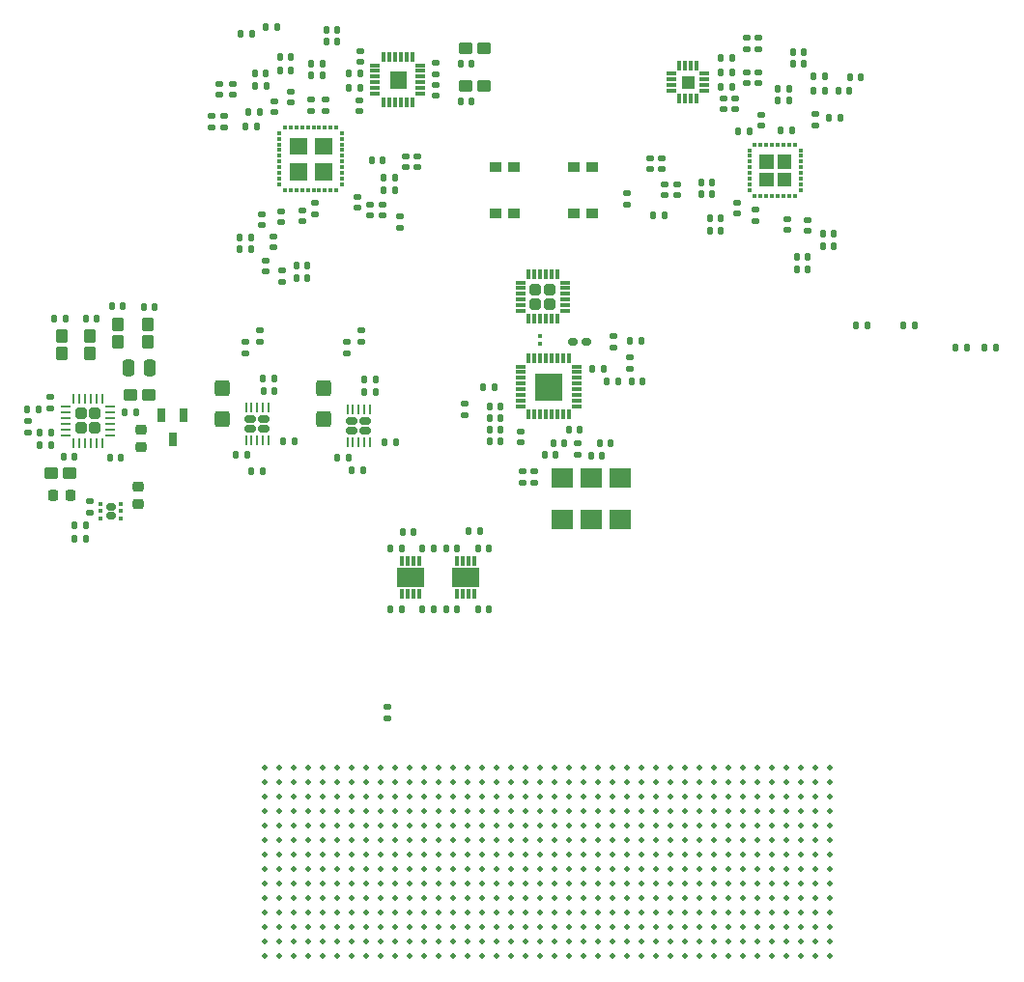
<source format=gtp>
%TF.GenerationSoftware,KiCad,Pcbnew,(6.0.9)*%
%TF.CreationDate,2023-04-20T15:37:57-04:00*%
%TF.ProjectId,S23-16_PCB,5332332d-3136-45f5-9043-422e6b696361,2.0*%
%TF.SameCoordinates,Original*%
%TF.FileFunction,Paste,Top*%
%TF.FilePolarity,Positive*%
%FSLAX46Y46*%
G04 Gerber Fmt 4.6, Leading zero omitted, Abs format (unit mm)*
G04 Created by KiCad (PCBNEW (6.0.9)) date 2023-04-20 15:37:57*
%MOMM*%
%LPD*%
G01*
G04 APERTURE LIST*
G04 Aperture macros list*
%AMRoundRect*
0 Rectangle with rounded corners*
0 $1 Rounding radius*
0 $2 $3 $4 $5 $6 $7 $8 $9 X,Y pos of 4 corners*
0 Add a 4 corners polygon primitive as box body*
4,1,4,$2,$3,$4,$5,$6,$7,$8,$9,$2,$3,0*
0 Add four circle primitives for the rounded corners*
1,1,$1+$1,$2,$3*
1,1,$1+$1,$4,$5*
1,1,$1+$1,$6,$7*
1,1,$1+$1,$8,$9*
0 Add four rect primitives between the rounded corners*
20,1,$1+$1,$2,$3,$4,$5,0*
20,1,$1+$1,$4,$5,$6,$7,0*
20,1,$1+$1,$6,$7,$8,$9,0*
20,1,$1+$1,$8,$9,$2,$3,0*%
G04 Aperture macros list end*
%ADD10C,0.010000*%
%ADD11RoundRect,0.140000X0.140000X0.170000X-0.140000X0.170000X-0.140000X-0.170000X0.140000X-0.170000X0*%
%ADD12R,0.430000X0.350000*%
%ADD13R,0.350000X0.430000*%
%ADD14RoundRect,0.135000X0.135000X0.185000X-0.135000X0.185000X-0.135000X-0.185000X0.135000X-0.185000X0*%
%ADD15RoundRect,0.250000X0.275000X-0.375000X0.275000X0.375000X-0.275000X0.375000X-0.275000X-0.375000X0*%
%ADD16RoundRect,0.140000X-0.170000X0.140000X-0.170000X-0.140000X0.170000X-0.140000X0.170000X0.140000X0*%
%ADD17RoundRect,0.250000X0.375000X0.275000X-0.375000X0.275000X-0.375000X-0.275000X0.375000X-0.275000X0*%
%ADD18RoundRect,0.140000X-0.140000X-0.170000X0.140000X-0.170000X0.140000X0.170000X-0.140000X0.170000X0*%
%ADD19RoundRect,0.135000X-0.135000X-0.185000X0.135000X-0.185000X0.135000X0.185000X-0.135000X0.185000X0*%
%ADD20RoundRect,0.140000X0.170000X-0.140000X0.170000X0.140000X-0.170000X0.140000X-0.170000X-0.140000X0*%
%ADD21RoundRect,0.250000X0.255000X-0.255000X0.255000X0.255000X-0.255000X0.255000X-0.255000X-0.255000X0*%
%ADD22RoundRect,0.062500X0.062500X-0.375000X0.062500X0.375000X-0.062500X0.375000X-0.062500X-0.375000X0*%
%ADD23RoundRect,0.062500X0.375000X-0.062500X0.375000X0.062500X-0.375000X0.062500X-0.375000X-0.062500X0*%
%ADD24RoundRect,0.225000X0.225000X0.250000X-0.225000X0.250000X-0.225000X-0.250000X0.225000X-0.250000X0*%
%ADD25RoundRect,0.135000X0.185000X-0.135000X0.185000X0.135000X-0.185000X0.135000X-0.185000X-0.135000X0*%
%ADD26R,1.000000X0.900000*%
%ADD27RoundRect,0.076200X0.076200X-0.361300X0.076200X0.361300X-0.076200X0.361300X-0.076200X-0.361300X0*%
%ADD28RoundRect,0.076200X0.361300X-0.076200X0.361300X0.076200X-0.361300X0.076200X-0.361300X-0.076200X0*%
%ADD29RoundRect,0.250000X-0.250000X-0.475000X0.250000X-0.475000X0.250000X0.475000X-0.250000X0.475000X0*%
%ADD30RoundRect,0.135000X-0.185000X0.135000X-0.185000X-0.135000X0.185000X-0.135000X0.185000X0.135000X0*%
%ADD31RoundRect,0.225000X-0.250000X0.225000X-0.250000X-0.225000X0.250000X-0.225000X0.250000X0.225000X0*%
%ADD32RoundRect,0.250000X-0.375000X-0.275000X0.375000X-0.275000X0.375000X0.275000X-0.375000X0.275000X0*%
%ADD33RoundRect,0.225000X0.250000X-0.225000X0.250000X0.225000X-0.250000X0.225000X-0.250000X-0.225000X0*%
%ADD34R,0.304800X0.812800*%
%ADD35R,2.438400X1.701800*%
%ADD36RoundRect,0.160000X-0.222500X-0.160000X0.222500X-0.160000X0.222500X0.160000X-0.222500X0.160000X0*%
%ADD37RoundRect,0.042000X-0.258000X0.573000X-0.258000X-0.573000X0.258000X-0.573000X0.258000X0.573000X0*%
%ADD38C,0.508000*%
%ADD39RoundRect,0.167500X0.312500X-0.167500X0.312500X0.167500X-0.312500X0.167500X-0.312500X-0.167500X0*%
%ADD40RoundRect,0.062500X0.062500X-0.362500X0.062500X0.362500X-0.062500X0.362500X-0.062500X-0.362500X0*%
%ADD41RoundRect,0.160000X-0.245000X-0.160000X0.245000X-0.160000X0.245000X0.160000X-0.245000X0.160000X0*%
%ADD42RoundRect,0.093750X-0.093750X-0.106250X0.093750X-0.106250X0.093750X0.106250X-0.093750X0.106250X0*%
%ADD43RoundRect,0.007800X0.422200X0.122200X-0.422200X0.122200X-0.422200X-0.122200X0.422200X-0.122200X0*%
%ADD44RoundRect,0.007800X-0.122200X0.422200X-0.122200X-0.422200X0.122200X-0.422200X0.122200X0.422200X0*%
%ADD45RoundRect,0.008100X-0.126900X0.411900X-0.126900X-0.411900X0.126900X-0.411900X0.126900X0.411900X0*%
%ADD46RoundRect,0.027000X-0.393000X0.108000X-0.393000X-0.108000X0.393000X-0.108000X0.393000X0.108000X0*%
%ADD47RoundRect,0.250000X-0.425000X0.450000X-0.425000X-0.450000X0.425000X-0.450000X0.425000X0.450000X0*%
%ADD48R,1.960000X1.780000*%
%ADD49RoundRect,0.012800X0.147200X-0.372200X0.147200X0.372200X-0.147200X0.372200X-0.147200X-0.372200X0*%
%ADD50RoundRect,0.012800X0.372200X0.147200X-0.372200X0.147200X-0.372200X-0.147200X0.372200X-0.147200X0*%
%ADD51RoundRect,0.079500X0.100500X-0.079500X0.100500X0.079500X-0.100500X0.079500X-0.100500X-0.079500X0*%
G04 APERTURE END LIST*
G36*
X114113600Y-75111900D02*
G01*
X112693600Y-75111900D01*
X112693600Y-73691900D01*
X114113600Y-73691900D01*
X114113600Y-75111900D01*
G37*
D10*
X114113600Y-75111900D02*
X112693600Y-75111900D01*
X112693600Y-73691900D01*
X114113600Y-73691900D01*
X114113600Y-75111900D01*
G36*
X116363600Y-75111900D02*
G01*
X114943600Y-75111900D01*
X114943600Y-73691900D01*
X116363600Y-73691900D01*
X116363600Y-75111900D01*
G37*
X116363600Y-75111900D02*
X114943600Y-75111900D01*
X114943600Y-73691900D01*
X116363600Y-73691900D01*
X116363600Y-75111900D01*
G36*
X116363600Y-77361900D02*
G01*
X114943600Y-77361900D01*
X114943600Y-75941900D01*
X116363600Y-75941900D01*
X116363600Y-77361900D01*
G37*
X116363600Y-77361900D02*
X114943600Y-77361900D01*
X114943600Y-75941900D01*
X116363600Y-75941900D01*
X116363600Y-77361900D01*
G36*
X114113600Y-77361900D02*
G01*
X112693600Y-77361900D01*
X112693600Y-75941900D01*
X114113600Y-75941900D01*
X114113600Y-77361900D01*
G37*
X114113600Y-77361900D02*
X112693600Y-77361900D01*
X112693600Y-75941900D01*
X114113600Y-75941900D01*
X114113600Y-77361900D01*
G36*
X156568900Y-76310200D02*
G01*
X155438900Y-76310200D01*
X155438900Y-75180200D01*
X156568900Y-75180200D01*
X156568900Y-76310200D01*
G37*
X156568900Y-76310200D02*
X155438900Y-76310200D01*
X155438900Y-75180200D01*
X156568900Y-75180200D01*
X156568900Y-76310200D01*
G36*
X154998900Y-77880200D02*
G01*
X153868900Y-77880200D01*
X153868900Y-76750200D01*
X154998900Y-76750200D01*
X154998900Y-77880200D01*
G37*
X154998900Y-77880200D02*
X153868900Y-77880200D01*
X153868900Y-76750200D01*
X154998900Y-76750200D01*
X154998900Y-77880200D01*
G36*
X156568900Y-77880200D02*
G01*
X155438900Y-77880200D01*
X155438900Y-76750200D01*
X156568900Y-76750200D01*
X156568900Y-77880200D01*
G37*
X156568900Y-77880200D02*
X155438900Y-77880200D01*
X155438900Y-76750200D01*
X156568900Y-76750200D01*
X156568900Y-77880200D01*
G36*
X154998900Y-76310200D02*
G01*
X153868900Y-76310200D01*
X153868900Y-75180200D01*
X154998900Y-75180200D01*
X154998900Y-76310200D01*
G37*
X154998900Y-76310200D02*
X153868900Y-76310200D01*
X153868900Y-75180200D01*
X154998900Y-75180200D01*
X154998900Y-76310200D01*
G36*
X136530000Y-96640300D02*
G01*
X134250000Y-96640300D01*
X134250000Y-94360300D01*
X136530000Y-94360300D01*
X136530000Y-96640300D01*
G37*
X136530000Y-96640300D02*
X134250000Y-96640300D01*
X134250000Y-94360300D01*
X136530000Y-94360300D01*
X136530000Y-96640300D01*
G36*
X148079966Y-69297666D02*
G01*
X147068034Y-69297666D01*
X147068034Y-68285734D01*
X148079966Y-68285734D01*
X148079966Y-69297666D01*
G37*
X148079966Y-69297666D02*
X147068034Y-69297666D01*
X147068034Y-68285734D01*
X148079966Y-68285734D01*
X148079966Y-69297666D01*
G36*
X122897585Y-69303585D02*
G01*
X121471000Y-69303585D01*
X121471000Y-67877000D01*
X122897585Y-67877000D01*
X122897585Y-69303585D01*
G37*
X122897585Y-69303585D02*
X121471000Y-69303585D01*
X121471000Y-67877000D01*
X122897585Y-67877000D01*
X122897585Y-69303585D01*
D11*
X109801600Y-72722800D03*
X108841600Y-72722800D03*
D12*
X117278600Y-77776900D03*
X117278600Y-77276900D03*
X117278600Y-76776900D03*
X117278600Y-76276900D03*
X117278600Y-75776900D03*
X117278600Y-75276900D03*
X117278600Y-74776900D03*
X117278600Y-74276900D03*
X117278600Y-73776900D03*
X117278600Y-73276900D03*
D13*
X116778600Y-72776900D03*
X116278600Y-72776900D03*
X115778600Y-72776900D03*
X115278600Y-72776900D03*
X114778600Y-72776900D03*
X114278600Y-72776900D03*
X113778600Y-72776900D03*
X113278600Y-72776900D03*
X112778600Y-72776900D03*
X112278600Y-72776900D03*
D12*
X111778600Y-73276900D03*
X111778600Y-73776900D03*
X111778600Y-74276900D03*
X111778600Y-74776900D03*
X111778600Y-75276900D03*
X111778600Y-75776900D03*
X111778600Y-76276900D03*
X111778600Y-76776900D03*
X111778600Y-77276900D03*
X111778600Y-77776900D03*
D13*
X112278600Y-78276900D03*
X112778600Y-78276900D03*
X113278600Y-78276900D03*
X113778600Y-78276900D03*
X114278600Y-78276900D03*
X114778600Y-78276900D03*
X115278600Y-78276900D03*
X115778600Y-78276900D03*
X116278600Y-78276900D03*
X116778600Y-78276900D03*
D14*
X122009000Y-100359000D03*
X120989000Y-100359000D03*
D15*
X97637600Y-91621600D03*
X97637600Y-90021600D03*
D11*
X110639800Y-69141400D03*
X109679800Y-69141400D03*
D16*
X110566200Y-84432200D03*
X110566200Y-85392200D03*
D17*
X93408400Y-103064400D03*
X91808400Y-103064400D03*
D16*
X111226600Y-82349400D03*
X111226600Y-83309400D03*
X118668800Y-78892400D03*
X118668800Y-79852400D03*
D15*
X95148400Y-92637600D03*
X95148400Y-91037600D03*
D18*
X119255600Y-96012000D03*
X120215600Y-96012000D03*
D11*
X161744600Y-69545200D03*
X160784600Y-69545200D03*
D19*
X90803000Y-100651400D03*
X91823000Y-100651400D03*
X144524000Y-80518000D03*
X145544000Y-80518000D03*
D20*
X111328200Y-71447600D03*
X111328200Y-70487600D03*
D16*
X106527600Y-68991600D03*
X106527600Y-69951600D03*
D11*
X122501600Y-109728000D03*
X121541600Y-109728000D03*
D21*
X94374600Y-97886200D03*
X95624600Y-99136200D03*
X95624600Y-97886200D03*
X94374600Y-99136200D03*
D22*
X93749600Y-100448700D03*
X94249600Y-100448700D03*
X94749600Y-100448700D03*
X95249600Y-100448700D03*
X95749600Y-100448700D03*
X96249600Y-100448700D03*
D23*
X96937100Y-99761200D03*
X96937100Y-99261200D03*
X96937100Y-98761200D03*
X96937100Y-98261200D03*
X96937100Y-97761200D03*
X96937100Y-97261200D03*
D22*
X96249600Y-96573700D03*
X95749600Y-96573700D03*
X95249600Y-96573700D03*
X94749600Y-96573700D03*
X94249600Y-96573700D03*
X93749600Y-96573700D03*
D23*
X93062100Y-97261200D03*
X93062100Y-97761200D03*
X93062100Y-98261200D03*
X93062100Y-98761200D03*
X93062100Y-99261200D03*
X93062100Y-99761200D03*
D24*
X93485000Y-105029000D03*
X91935000Y-105029000D03*
D25*
X91744800Y-97453000D03*
X91744800Y-96433000D03*
D14*
X163324000Y-90170000D03*
X162304000Y-90170000D03*
D20*
X125488600Y-70025200D03*
X125488600Y-69065200D03*
D18*
X150495000Y-69215000D03*
X151455000Y-69215000D03*
D14*
X160961800Y-71958200D03*
X159941800Y-71958200D03*
D11*
X109293600Y-83464400D03*
X108333600Y-83464400D03*
D18*
X111864200Y-67769800D03*
X112824200Y-67769800D03*
D16*
X120827800Y-79527400D03*
X120827800Y-80487400D03*
D18*
X119865200Y-75666600D03*
X120825200Y-75666600D03*
D11*
X135989000Y-101523800D03*
X135029000Y-101523800D03*
D20*
X133070600Y-103924800D03*
X133070600Y-102964800D03*
X132969000Y-100396800D03*
X132969000Y-99436800D03*
D18*
X127675600Y-70528200D03*
X128635600Y-70528200D03*
D11*
X130629600Y-95545400D03*
X129669600Y-95545400D03*
D16*
X111912400Y-80114200D03*
X111912400Y-81074200D03*
D14*
X90730800Y-97476400D03*
X89710800Y-97476400D03*
D11*
X93850400Y-101667400D03*
X92890400Y-101667400D03*
X130147000Y-109728000D03*
X129187000Y-109728000D03*
D25*
X118999000Y-91569000D03*
X118999000Y-90549000D03*
D16*
X110210600Y-80419000D03*
X110210600Y-81379000D03*
D26*
X132372000Y-80327500D03*
X132372000Y-76227500D03*
X130772000Y-80327500D03*
X130772000Y-76227500D03*
D20*
X115849400Y-71323200D03*
X115849400Y-70363200D03*
X122834400Y-76273600D03*
X122834400Y-75313600D03*
X134162800Y-103924800D03*
X134162800Y-102964800D03*
D11*
X131191000Y-99253800D03*
X130231000Y-99253800D03*
D18*
X158625600Y-68300600D03*
X159585600Y-68300600D03*
D20*
X144272000Y-76426000D03*
X144272000Y-75466000D03*
D11*
X136751000Y-100507800D03*
X135791000Y-100507800D03*
D18*
X150495000Y-66675000D03*
X151455000Y-66675000D03*
D21*
X134249000Y-88255000D03*
X135499000Y-88255000D03*
X135499000Y-87005000D03*
X134249000Y-87005000D03*
D27*
X133624000Y-89567500D03*
X134124000Y-89567500D03*
X134624000Y-89567500D03*
X135124000Y-89567500D03*
X135624000Y-89567500D03*
X136124000Y-89567500D03*
D28*
X136811500Y-88880000D03*
X136811500Y-88380000D03*
X136811500Y-87880000D03*
X136811500Y-87380000D03*
X136811500Y-86880000D03*
X136811500Y-86380000D03*
D27*
X136124000Y-85692500D03*
X135624000Y-85692500D03*
X135124000Y-85692500D03*
X134624000Y-85692500D03*
X134124000Y-85692500D03*
X133624000Y-85692500D03*
D28*
X132936500Y-86380000D03*
X132936500Y-86880000D03*
X132936500Y-87380000D03*
X132936500Y-87880000D03*
X132936500Y-88380000D03*
X132936500Y-88880000D03*
D11*
X150467000Y-80746600D03*
X149507000Y-80746600D03*
D18*
X114604800Y-67185600D03*
X115564800Y-67185600D03*
X139220000Y-93919800D03*
X140180000Y-93919800D03*
D29*
X98554200Y-93874800D03*
X100454200Y-93874800D03*
D16*
X119735600Y-79527400D03*
X119735600Y-80487400D03*
D18*
X142674400Y-95037400D03*
X143634400Y-95037400D03*
D30*
X137922000Y-100505800D03*
X137922000Y-101525800D03*
D11*
X138097200Y-99253800D03*
X137137200Y-99253800D03*
D18*
X98264200Y-97724800D03*
X99224200Y-97724800D03*
D11*
X122501600Y-115062000D03*
X121541600Y-115062000D03*
D25*
X112037000Y-86359000D03*
X112037000Y-85339000D03*
D15*
X92684600Y-92637600D03*
X92684600Y-91037600D03*
D18*
X157127000Y-85217000D03*
X158087000Y-85217000D03*
D11*
X125295600Y-115062000D03*
X124335600Y-115062000D03*
D18*
X161775200Y-68427600D03*
X162735200Y-68427600D03*
X155476000Y-69418200D03*
X156436000Y-69418200D03*
D20*
X142494000Y-93919800D03*
X142494000Y-92959800D03*
D16*
X152753000Y-67922200D03*
X152753000Y-68882200D03*
D11*
X93025800Y-89535000D03*
X92065800Y-89535000D03*
D16*
X153769000Y-67922200D03*
X153769000Y-68882200D03*
X150721000Y-70259000D03*
X150721000Y-71219000D03*
D11*
X149705000Y-77622400D03*
X148745000Y-77622400D03*
D18*
X110391000Y-95885000D03*
X111351000Y-95885000D03*
D31*
X99644200Y-99279800D03*
X99644200Y-100829800D03*
D11*
X110614400Y-68074600D03*
X109654400Y-68074600D03*
D20*
X146634200Y-78712000D03*
X146634200Y-77752000D03*
D16*
X151737000Y-70259000D03*
X151737000Y-71219000D03*
D32*
X128117600Y-65836800D03*
X129717600Y-65836800D03*
D16*
X107670600Y-68991600D03*
X107670600Y-69951600D03*
D11*
X117828000Y-101727000D03*
X116868000Y-101727000D03*
D18*
X113258600Y-85979000D03*
X114218600Y-85979000D03*
X150495000Y-67945000D03*
X151455000Y-67945000D03*
D30*
X122377200Y-80566800D03*
X122377200Y-81586800D03*
D33*
X99441000Y-105804000D03*
X99441000Y-104254000D03*
D18*
X111864200Y-66601400D03*
X112824200Y-66601400D03*
D25*
X121285000Y-124589000D03*
X121285000Y-123569000D03*
D18*
X113258600Y-84886800D03*
X114218600Y-84886800D03*
D34*
X128905000Y-110820200D03*
X128397000Y-110820200D03*
X127889000Y-110820200D03*
X127381000Y-110820200D03*
X127381000Y-113715800D03*
X127889000Y-113715800D03*
X128397000Y-113715800D03*
X128905000Y-113715800D03*
D35*
X128143000Y-112268000D03*
D16*
X118821200Y-70386000D03*
X118821200Y-71346000D03*
X153746200Y-64947800D03*
X153746200Y-65907800D03*
D25*
X117729000Y-92585000D03*
X117729000Y-91565000D03*
D11*
X110055600Y-71427400D03*
X109095600Y-71427400D03*
D18*
X94809000Y-89535000D03*
X95769000Y-89535000D03*
D11*
X116888200Y-64236600D03*
X115928200Y-64236600D03*
D36*
X137517500Y-91570000D03*
X138662500Y-91570000D03*
D11*
X140815000Y-100505800D03*
X139855000Y-100505800D03*
D18*
X157127000Y-84124800D03*
X158087000Y-84124800D03*
D11*
X109293600Y-82423000D03*
X108333600Y-82423000D03*
D14*
X119120000Y-102870000D03*
X118100000Y-102870000D03*
D20*
X112826800Y-70612000D03*
X112826800Y-69652000D03*
D26*
X139230000Y-80327500D03*
X139230000Y-76227500D03*
X137630000Y-80327500D03*
X137630000Y-76227500D03*
D11*
X116888200Y-65278000D03*
X115928200Y-65278000D03*
X127353000Y-109728000D03*
X126393000Y-109728000D03*
D16*
X125488600Y-67132200D03*
X125488600Y-68092200D03*
D20*
X118872000Y-67028000D03*
X118872000Y-66068000D03*
D11*
X127353000Y-115062000D03*
X126393000Y-115062000D03*
D14*
X121922000Y-78308200D03*
X120902000Y-78308200D03*
D12*
X157468900Y-78280200D03*
X157468900Y-77780200D03*
X157468900Y-77280200D03*
X157468900Y-76780200D03*
X157468900Y-76280200D03*
X157468900Y-75780200D03*
X157468900Y-75280200D03*
X157468900Y-74780200D03*
D13*
X156968900Y-74280200D03*
X156468900Y-74280200D03*
X155968900Y-74280200D03*
X155468900Y-74280200D03*
X154968900Y-74280200D03*
X154468900Y-74280200D03*
X153968900Y-74280200D03*
X153468900Y-74280200D03*
D12*
X152968900Y-74780200D03*
X152968900Y-75280200D03*
X152968900Y-75780200D03*
X152968900Y-76280200D03*
X152968900Y-76780200D03*
X152968900Y-77280200D03*
X152968900Y-77780200D03*
X152968900Y-78280200D03*
D13*
X153468900Y-78780200D03*
X153968900Y-78780200D03*
X154468900Y-78780200D03*
X154968900Y-78780200D03*
X155468900Y-78780200D03*
X155968900Y-78780200D03*
X156468900Y-78780200D03*
X156968900Y-78780200D03*
D25*
X108839000Y-92585000D03*
X108839000Y-91565000D03*
D30*
X141080000Y-91070000D03*
X141080000Y-92090000D03*
D11*
X98055000Y-88493600D03*
X97095000Y-88493600D03*
D37*
X103378500Y-98042000D03*
X101478500Y-98042000D03*
X102428500Y-100162000D03*
D38*
X110490000Y-142875000D03*
X111760000Y-142875000D03*
X113030000Y-142875000D03*
X114300000Y-142875000D03*
X115570000Y-142875000D03*
X116840000Y-142875000D03*
X118110000Y-142875000D03*
X119380000Y-142875000D03*
X120650000Y-142875000D03*
X121920000Y-142875000D03*
X123190000Y-142875000D03*
X124460000Y-142875000D03*
X125730000Y-142875000D03*
X127000000Y-142875000D03*
X128270000Y-142875000D03*
X129540000Y-142875000D03*
X130810000Y-142875000D03*
X132080000Y-142875000D03*
X133350000Y-142875000D03*
X134620000Y-142875000D03*
X135890000Y-142875000D03*
X137160000Y-142875000D03*
X138430000Y-142875000D03*
X139700000Y-142875000D03*
X140970000Y-142875000D03*
X142240000Y-142875000D03*
X143510000Y-142875000D03*
X144780000Y-142875000D03*
X146050000Y-142875000D03*
X147320000Y-142875000D03*
X148590000Y-142875000D03*
X149860000Y-142875000D03*
X151130000Y-142875000D03*
X152400000Y-142875000D03*
X153670000Y-142875000D03*
X154940000Y-142875000D03*
X156210000Y-142875000D03*
X157480000Y-142875000D03*
X158750000Y-142875000D03*
X160020000Y-142875000D03*
X110490000Y-141605000D03*
X111760000Y-141605000D03*
X113030000Y-141605000D03*
X114300000Y-141605000D03*
X115570000Y-141605000D03*
X116840000Y-141605000D03*
X118110000Y-141605000D03*
X119380000Y-141605000D03*
X120650000Y-141605000D03*
X121920000Y-141605000D03*
X123190000Y-141605000D03*
X124460000Y-141605000D03*
X125730000Y-141605000D03*
X127000000Y-141605000D03*
X128270000Y-141605000D03*
X129540000Y-141605000D03*
X130810000Y-141605000D03*
X132080000Y-141605000D03*
X133350000Y-141605000D03*
X134620000Y-141605000D03*
X135890000Y-141605000D03*
X137160000Y-141605000D03*
X138430000Y-141605000D03*
X139700000Y-141605000D03*
X140970000Y-141605000D03*
X142240000Y-141605000D03*
X143510000Y-141605000D03*
X144780000Y-141605000D03*
X146050000Y-141605000D03*
X147320000Y-141605000D03*
X148590000Y-141605000D03*
X149860000Y-141605000D03*
X151130000Y-141605000D03*
X152400000Y-141605000D03*
X153670000Y-141605000D03*
X154940000Y-141605000D03*
X156210000Y-141605000D03*
X157480000Y-141605000D03*
X158750000Y-141605000D03*
X160020000Y-141605000D03*
X110490000Y-140335000D03*
X111760000Y-140335000D03*
X113030000Y-140335000D03*
X114300000Y-140335000D03*
X115570000Y-140335000D03*
X116840000Y-140335000D03*
X118110000Y-140335000D03*
X119380000Y-140335000D03*
X120650000Y-140335000D03*
X121920000Y-140335000D03*
X123190000Y-140335000D03*
X124460000Y-140335000D03*
X125730000Y-140335000D03*
X127000000Y-140335000D03*
X128270000Y-140335000D03*
X129540000Y-140335000D03*
X130810000Y-140335000D03*
X132080000Y-140335000D03*
X133350000Y-140335000D03*
X134620000Y-140335000D03*
X135890000Y-140335000D03*
X137160000Y-140335000D03*
X138430000Y-140335000D03*
X139700000Y-140335000D03*
X140970000Y-140335000D03*
X142240000Y-140335000D03*
X143510000Y-140335000D03*
X144780000Y-140335000D03*
X146050000Y-140335000D03*
X147320000Y-140335000D03*
X148590000Y-140335000D03*
X149860000Y-140335000D03*
X151130000Y-140335000D03*
X152400000Y-140335000D03*
X153670000Y-140335000D03*
X154940000Y-140335000D03*
X156210000Y-140335000D03*
X157480000Y-140335000D03*
X158750000Y-140335000D03*
X160020000Y-140335000D03*
X110490000Y-139065000D03*
X111760000Y-139065000D03*
X113030000Y-139065000D03*
X114300000Y-139065000D03*
X115570000Y-139065000D03*
X116840000Y-139065000D03*
X118110000Y-139065000D03*
X119380000Y-139065000D03*
X120650000Y-139065000D03*
X121920000Y-139065000D03*
X123190000Y-139065000D03*
X124460000Y-139065000D03*
X125730000Y-139065000D03*
X127000000Y-139065000D03*
X128270000Y-139065000D03*
X129540000Y-139065000D03*
X130810000Y-139065000D03*
X132080000Y-139065000D03*
X133350000Y-139065000D03*
X134620000Y-139065000D03*
X135890000Y-139065000D03*
X137160000Y-139065000D03*
X138430000Y-139065000D03*
X139700000Y-139065000D03*
X140970000Y-139065000D03*
X142240000Y-139065000D03*
X143510000Y-139065000D03*
X144780000Y-139065000D03*
X146050000Y-139065000D03*
X147320000Y-139065000D03*
X148590000Y-139065000D03*
X149860000Y-139065000D03*
X151130000Y-139065000D03*
X152400000Y-139065000D03*
X153670000Y-139065000D03*
X154940000Y-139065000D03*
X156210000Y-139065000D03*
X157480000Y-139065000D03*
X158750000Y-139065000D03*
X160020000Y-139065000D03*
X110490000Y-137795000D03*
X111760000Y-137795000D03*
X113030000Y-137795000D03*
X114300000Y-137795000D03*
X115570000Y-137795000D03*
X116840000Y-137795000D03*
X118110000Y-137795000D03*
X119380000Y-137795000D03*
X120650000Y-137795000D03*
X121920000Y-137795000D03*
X123190000Y-137795000D03*
X124460000Y-137795000D03*
X125730000Y-137795000D03*
X127000000Y-137795000D03*
X128270000Y-137795000D03*
X129540000Y-137795000D03*
X130810000Y-137795000D03*
X132080000Y-137795000D03*
X133350000Y-137795000D03*
X134620000Y-137795000D03*
X135890000Y-137795000D03*
X137160000Y-137795000D03*
X138430000Y-137795000D03*
X139700000Y-137795000D03*
X140970000Y-137795000D03*
X142240000Y-137795000D03*
X143510000Y-137795000D03*
X144780000Y-137795000D03*
X146050000Y-137795000D03*
X147320000Y-137795000D03*
X148590000Y-137795000D03*
X149860000Y-137795000D03*
X151130000Y-137795000D03*
X152400000Y-137795000D03*
X153670000Y-137795000D03*
X154940000Y-137795000D03*
X156210000Y-137795000D03*
X157480000Y-137795000D03*
X158750000Y-137795000D03*
X160020000Y-137795000D03*
X110490000Y-136525000D03*
X111760000Y-136525000D03*
X113030000Y-136525000D03*
X114300000Y-136525000D03*
X115570000Y-136525000D03*
X116840000Y-136525000D03*
X118110000Y-136525000D03*
X119380000Y-136525000D03*
X120650000Y-136525000D03*
X121920000Y-136525000D03*
X123190000Y-136525000D03*
X124460000Y-136525000D03*
X125730000Y-136525000D03*
X127000000Y-136525000D03*
X128270000Y-136525000D03*
X129540000Y-136525000D03*
X130810000Y-136525000D03*
X132080000Y-136525000D03*
X133350000Y-136525000D03*
X134620000Y-136525000D03*
X135890000Y-136525000D03*
X137160000Y-136525000D03*
X138430000Y-136525000D03*
X139700000Y-136525000D03*
X140970000Y-136525000D03*
X142240000Y-136525000D03*
X143510000Y-136525000D03*
X144780000Y-136525000D03*
X146050000Y-136525000D03*
X147320000Y-136525000D03*
X148590000Y-136525000D03*
X149860000Y-136525000D03*
X151130000Y-136525000D03*
X152400000Y-136525000D03*
X153670000Y-136525000D03*
X154940000Y-136525000D03*
X156210000Y-136525000D03*
X157480000Y-136525000D03*
X158750000Y-136525000D03*
X160020000Y-136525000D03*
X110490000Y-135255000D03*
X111760000Y-135255000D03*
X113030000Y-135255000D03*
X114300000Y-135255000D03*
X115570000Y-135255000D03*
X116840000Y-135255000D03*
X118110000Y-135255000D03*
X119380000Y-135255000D03*
X120650000Y-135255000D03*
X121920000Y-135255000D03*
X123190000Y-135255000D03*
X124460000Y-135255000D03*
X125730000Y-135255000D03*
X127000000Y-135255000D03*
X128270000Y-135255000D03*
X129540000Y-135255000D03*
X130810000Y-135255000D03*
X132080000Y-135255000D03*
X133350000Y-135255000D03*
X134620000Y-135255000D03*
X135890000Y-135255000D03*
X137160000Y-135255000D03*
X138430000Y-135255000D03*
X139700000Y-135255000D03*
X140970000Y-135255000D03*
X142240000Y-135255000D03*
X143510000Y-135255000D03*
X144780000Y-135255000D03*
X146050000Y-135255000D03*
X147320000Y-135255000D03*
X148590000Y-135255000D03*
X149860000Y-135255000D03*
X151130000Y-135255000D03*
X152400000Y-135255000D03*
X153670000Y-135255000D03*
X154940000Y-135255000D03*
X156210000Y-135255000D03*
X157480000Y-135255000D03*
X158750000Y-135255000D03*
X160020000Y-135255000D03*
X110490000Y-133985000D03*
X111760000Y-133985000D03*
X113030000Y-133985000D03*
X114300000Y-133985000D03*
X115570000Y-133985000D03*
X116840000Y-133985000D03*
X118110000Y-133985000D03*
X119380000Y-133985000D03*
X120650000Y-133985000D03*
X121920000Y-133985000D03*
X123190000Y-133985000D03*
X124460000Y-133985000D03*
X125730000Y-133985000D03*
X127000000Y-133985000D03*
X128270000Y-133985000D03*
X129540000Y-133985000D03*
X130810000Y-133985000D03*
X132080000Y-133985000D03*
X133350000Y-133985000D03*
X134620000Y-133985000D03*
X135890000Y-133985000D03*
X137160000Y-133985000D03*
X138430000Y-133985000D03*
X139700000Y-133985000D03*
X140970000Y-133985000D03*
X142240000Y-133985000D03*
X143510000Y-133985000D03*
X144780000Y-133985000D03*
X146050000Y-133985000D03*
X147320000Y-133985000D03*
X148590000Y-133985000D03*
X149860000Y-133985000D03*
X151130000Y-133985000D03*
X152400000Y-133985000D03*
X153670000Y-133985000D03*
X154940000Y-133985000D03*
X156210000Y-133985000D03*
X157480000Y-133985000D03*
X158750000Y-133985000D03*
X160020000Y-133985000D03*
X110490000Y-132715000D03*
X111760000Y-132715000D03*
X113030000Y-132715000D03*
X114300000Y-132715000D03*
X115570000Y-132715000D03*
X116840000Y-132715000D03*
X118110000Y-132715000D03*
X119380000Y-132715000D03*
X120650000Y-132715000D03*
X121920000Y-132715000D03*
X123190000Y-132715000D03*
X124460000Y-132715000D03*
X125730000Y-132715000D03*
X127000000Y-132715000D03*
X128270000Y-132715000D03*
X129540000Y-132715000D03*
X130810000Y-132715000D03*
X132080000Y-132715000D03*
X133350000Y-132715000D03*
X134620000Y-132715000D03*
X135890000Y-132715000D03*
X137160000Y-132715000D03*
X138430000Y-132715000D03*
X139700000Y-132715000D03*
X140970000Y-132715000D03*
X142240000Y-132715000D03*
X143510000Y-132715000D03*
X144780000Y-132715000D03*
X146050000Y-132715000D03*
X147320000Y-132715000D03*
X148590000Y-132715000D03*
X149860000Y-132715000D03*
X151130000Y-132715000D03*
X152400000Y-132715000D03*
X153670000Y-132715000D03*
X154940000Y-132715000D03*
X156210000Y-132715000D03*
X157480000Y-132715000D03*
X158750000Y-132715000D03*
X160020000Y-132715000D03*
X110490000Y-131445000D03*
X111760000Y-131445000D03*
X113030000Y-131445000D03*
X114300000Y-131445000D03*
X115570000Y-131445000D03*
X116840000Y-131445000D03*
X118110000Y-131445000D03*
X119380000Y-131445000D03*
X120650000Y-131445000D03*
X121920000Y-131445000D03*
X123190000Y-131445000D03*
X124460000Y-131445000D03*
X125730000Y-131445000D03*
X127000000Y-131445000D03*
X128270000Y-131445000D03*
X129540000Y-131445000D03*
X130810000Y-131445000D03*
X132080000Y-131445000D03*
X133350000Y-131445000D03*
X134620000Y-131445000D03*
X135890000Y-131445000D03*
X137160000Y-131445000D03*
X138430000Y-131445000D03*
X139700000Y-131445000D03*
X140970000Y-131445000D03*
X142240000Y-131445000D03*
X143510000Y-131445000D03*
X144780000Y-131445000D03*
X146050000Y-131445000D03*
X147320000Y-131445000D03*
X148590000Y-131445000D03*
X149860000Y-131445000D03*
X151130000Y-131445000D03*
X152400000Y-131445000D03*
X153670000Y-131445000D03*
X154940000Y-131445000D03*
X156210000Y-131445000D03*
X157480000Y-131445000D03*
X158750000Y-131445000D03*
X160020000Y-131445000D03*
X110490000Y-130175000D03*
X111760000Y-130175000D03*
X113030000Y-130175000D03*
X114300000Y-130175000D03*
X115570000Y-130175000D03*
X116840000Y-130175000D03*
X118110000Y-130175000D03*
X119380000Y-130175000D03*
X120650000Y-130175000D03*
X121920000Y-130175000D03*
X123190000Y-130175000D03*
X124460000Y-130175000D03*
X125730000Y-130175000D03*
X127000000Y-130175000D03*
X128270000Y-130175000D03*
X129540000Y-130175000D03*
X130810000Y-130175000D03*
X132080000Y-130175000D03*
X133350000Y-130175000D03*
X134620000Y-130175000D03*
X135890000Y-130175000D03*
X137160000Y-130175000D03*
X138430000Y-130175000D03*
X139700000Y-130175000D03*
X140970000Y-130175000D03*
X142240000Y-130175000D03*
X143510000Y-130175000D03*
X144780000Y-130175000D03*
X146050000Y-130175000D03*
X147320000Y-130175000D03*
X148590000Y-130175000D03*
X149860000Y-130175000D03*
X151130000Y-130175000D03*
X152400000Y-130175000D03*
X153670000Y-130175000D03*
X154940000Y-130175000D03*
X156210000Y-130175000D03*
X157480000Y-130175000D03*
X158750000Y-130175000D03*
X160020000Y-130175000D03*
X110490000Y-128905000D03*
X111760000Y-128905000D03*
X113030000Y-128905000D03*
X114300000Y-128905000D03*
X115570000Y-128905000D03*
X116840000Y-128905000D03*
X118110000Y-128905000D03*
X119380000Y-128905000D03*
X120650000Y-128905000D03*
X121920000Y-128905000D03*
X123190000Y-128905000D03*
X124460000Y-128905000D03*
X125730000Y-128905000D03*
X127000000Y-128905000D03*
X128270000Y-128905000D03*
X129540000Y-128905000D03*
X130810000Y-128905000D03*
X132080000Y-128905000D03*
X133350000Y-128905000D03*
X134620000Y-128905000D03*
X135890000Y-128905000D03*
X137160000Y-128905000D03*
X138430000Y-128905000D03*
X139700000Y-128905000D03*
X140970000Y-128905000D03*
X142240000Y-128905000D03*
X143510000Y-128905000D03*
X144780000Y-128905000D03*
X146050000Y-128905000D03*
X147320000Y-128905000D03*
X148590000Y-128905000D03*
X149860000Y-128905000D03*
X151130000Y-128905000D03*
X152400000Y-128905000D03*
X153670000Y-128905000D03*
X154940000Y-128905000D03*
X156210000Y-128905000D03*
X157480000Y-128905000D03*
X158750000Y-128905000D03*
X160020000Y-128905000D03*
X110490000Y-145415000D03*
X111760000Y-145415000D03*
X113030000Y-145415000D03*
X114300000Y-145415000D03*
X115570000Y-145415000D03*
X116840000Y-145415000D03*
X118110000Y-145415000D03*
X119380000Y-145415000D03*
X120650000Y-145415000D03*
X121920000Y-145415000D03*
X123190000Y-145415000D03*
X124460000Y-145415000D03*
X125730000Y-145415000D03*
X127000000Y-145415000D03*
X128270000Y-145415000D03*
X129540000Y-145415000D03*
X130810000Y-145415000D03*
X132080000Y-145415000D03*
X133350000Y-145415000D03*
X134620000Y-145415000D03*
X135890000Y-145415000D03*
X137160000Y-145415000D03*
X138430000Y-145415000D03*
X139700000Y-145415000D03*
X140970000Y-145415000D03*
X142240000Y-145415000D03*
X143510000Y-145415000D03*
X144780000Y-145415000D03*
X146050000Y-145415000D03*
X147320000Y-145415000D03*
X148590000Y-145415000D03*
X149860000Y-145415000D03*
X151130000Y-145415000D03*
X152400000Y-145415000D03*
X153670000Y-145415000D03*
X154940000Y-145415000D03*
X156210000Y-145415000D03*
X157480000Y-145415000D03*
X158750000Y-145415000D03*
X160020000Y-145415000D03*
X110490000Y-144145000D03*
X111760000Y-144145000D03*
X113030000Y-144145000D03*
X114300000Y-144145000D03*
X115570000Y-144145000D03*
X116840000Y-144145000D03*
X118110000Y-144145000D03*
X119380000Y-144145000D03*
X120650000Y-144145000D03*
X121920000Y-144145000D03*
X123190000Y-144145000D03*
X124460000Y-144145000D03*
X125730000Y-144145000D03*
X127000000Y-144145000D03*
X128270000Y-144145000D03*
X129540000Y-144145000D03*
X130810000Y-144145000D03*
X132080000Y-144145000D03*
X133350000Y-144145000D03*
X134620000Y-144145000D03*
X135890000Y-144145000D03*
X137160000Y-144145000D03*
X138430000Y-144145000D03*
X139700000Y-144145000D03*
X140970000Y-144145000D03*
X142240000Y-144145000D03*
X143510000Y-144145000D03*
X144780000Y-144145000D03*
X146050000Y-144145000D03*
X147320000Y-144145000D03*
X148590000Y-144145000D03*
X149860000Y-144145000D03*
X151130000Y-144145000D03*
X152400000Y-144145000D03*
X153670000Y-144145000D03*
X154940000Y-144145000D03*
X156210000Y-144145000D03*
X157480000Y-144145000D03*
X158750000Y-144145000D03*
X160020000Y-144145000D03*
D16*
X158115000Y-80927000D03*
X158115000Y-81887000D03*
D11*
X149705000Y-78663800D03*
X148745000Y-78663800D03*
D20*
X145288000Y-76426000D03*
X145288000Y-75466000D03*
D11*
X123543000Y-108229400D03*
X122583000Y-108229400D03*
D30*
X128024000Y-96971500D03*
X128024000Y-97991500D03*
D39*
X118150000Y-99343000D03*
X119340000Y-99343000D03*
X119340000Y-98523000D03*
X118150000Y-98523000D03*
D40*
X117745000Y-100383000D03*
X118245000Y-100383000D03*
X118745000Y-100383000D03*
X119245000Y-100383000D03*
X119745000Y-100383000D03*
X119745000Y-97483000D03*
X119245000Y-97483000D03*
X118745000Y-97483000D03*
X118245000Y-97483000D03*
X117745000Y-97483000D03*
D34*
X124053600Y-110820200D03*
X123545600Y-110820200D03*
X123037600Y-110820200D03*
X122529600Y-110820200D03*
X122529600Y-113715800D03*
X123037600Y-113715800D03*
X123545600Y-113715800D03*
X124053600Y-113715800D03*
D35*
X123291600Y-112268000D03*
D39*
X109260000Y-98396000D03*
X110450000Y-98396000D03*
X110450000Y-99216000D03*
X109260000Y-99216000D03*
D40*
X108855000Y-100256000D03*
X109355000Y-100256000D03*
X109855000Y-100256000D03*
X110355000Y-100256000D03*
X110855000Y-100256000D03*
X110855000Y-97356000D03*
X110355000Y-97356000D03*
X109855000Y-97356000D03*
X109355000Y-97356000D03*
X108855000Y-97356000D03*
D18*
X155476000Y-70459600D03*
X156436000Y-70459600D03*
D19*
X110587600Y-63959800D03*
X111607600Y-63959800D03*
D11*
X131191000Y-97221800D03*
X130231000Y-97221800D03*
D20*
X123875800Y-76273600D03*
X123875800Y-75313600D03*
D25*
X153543000Y-80977200D03*
X153543000Y-79957200D03*
D41*
X97026500Y-106826000D03*
X97026500Y-106026000D03*
D42*
X96139000Y-105776000D03*
X96139000Y-106426000D03*
X96139000Y-107076000D03*
X97914000Y-107076000D03*
X97914000Y-106426000D03*
X97914000Y-105776000D03*
D15*
X100228400Y-91621600D03*
X100228400Y-90021600D03*
D43*
X137825000Y-97250300D03*
X137825000Y-96750300D03*
X137825000Y-96250300D03*
X137825000Y-95750300D03*
X137825000Y-95250300D03*
X137825000Y-94750300D03*
X137825000Y-94250300D03*
X137825000Y-93750300D03*
D44*
X137140000Y-93065300D03*
X136640000Y-93065300D03*
X136140000Y-93065300D03*
X135640000Y-93065300D03*
X135140000Y-93065300D03*
X134640000Y-93065300D03*
X134140000Y-93065300D03*
X133640000Y-93065300D03*
D43*
X132955000Y-93750300D03*
X132955000Y-94250300D03*
X132955000Y-94750300D03*
X132955000Y-95250300D03*
X132955000Y-95750300D03*
X132955000Y-96250300D03*
X132955000Y-96750300D03*
X132955000Y-97250300D03*
D44*
X133640000Y-97935300D03*
X134140000Y-97935300D03*
X134640000Y-97935300D03*
X135140000Y-97935300D03*
X135640000Y-97935300D03*
X136140000Y-97935300D03*
X136640000Y-97935300D03*
X137140000Y-97935300D03*
D11*
X129357000Y-108204000D03*
X128397000Y-108204000D03*
D14*
X167515000Y-90170000D03*
X166495000Y-90170000D03*
D45*
X148324000Y-67346700D03*
X147824000Y-67346700D03*
X147324000Y-67346700D03*
X146824000Y-67346700D03*
D46*
X146129000Y-68041700D03*
X146129000Y-68541700D03*
X146129000Y-69041700D03*
X146129000Y-69541700D03*
D45*
X146824000Y-70236700D03*
X147324000Y-70236700D03*
X147824000Y-70236700D03*
X148324000Y-70236700D03*
D46*
X149019000Y-69541700D03*
X149019000Y-69041700D03*
X149019000Y-68541700D03*
X149019000Y-68041700D03*
D19*
X110361000Y-94818200D03*
X111381000Y-94818200D03*
D18*
X155755400Y-73075800D03*
X156715400Y-73075800D03*
D14*
X121922000Y-77216000D03*
X120902000Y-77216000D03*
D18*
X96929000Y-101727000D03*
X97889000Y-101727000D03*
D47*
X106807000Y-95678000D03*
X106807000Y-98378000D03*
D11*
X118844000Y-68072000D03*
X117884000Y-68072000D03*
D19*
X93787700Y-107686600D03*
X94807700Y-107686600D03*
D48*
X136575800Y-107154400D03*
X139115800Y-107154400D03*
X141655800Y-107154400D03*
X141655800Y-103494400D03*
X139115800Y-103494400D03*
X136575800Y-103494400D03*
D20*
X105841800Y-72771000D03*
X105841800Y-71811000D03*
D18*
X114604800Y-68252400D03*
X115564800Y-68252400D03*
D11*
X131163000Y-100269800D03*
X130203000Y-100269800D03*
D18*
X140490000Y-95037400D03*
X141450000Y-95037400D03*
D25*
X110109000Y-91569000D03*
X110109000Y-90549000D03*
D18*
X159413000Y-83185000D03*
X160373000Y-83185000D03*
D32*
X128117600Y-69156600D03*
X129717600Y-69156600D03*
D14*
X113143000Y-100278000D03*
X112123000Y-100278000D03*
D16*
X113842800Y-80038000D03*
X113842800Y-80998000D03*
D49*
X120924000Y-70570000D03*
X121424000Y-70570000D03*
X121924000Y-70570000D03*
X122424000Y-70570000D03*
X122924000Y-70570000D03*
X123424000Y-70570000D03*
D50*
X124164000Y-69830000D03*
X124164000Y-69330000D03*
X124164000Y-68830000D03*
X124164000Y-68330000D03*
X124164000Y-67830000D03*
X124164000Y-67330000D03*
D49*
X123424000Y-66590000D03*
X122924000Y-66590000D03*
X122424000Y-66590000D03*
X121924000Y-66590000D03*
X121424000Y-66590000D03*
X120924000Y-66590000D03*
D50*
X120184000Y-67330000D03*
X120184000Y-67830000D03*
X120184000Y-68330000D03*
X120184000Y-68830000D03*
X120184000Y-69330000D03*
X120184000Y-69830000D03*
D16*
X152730200Y-64947800D03*
X152730200Y-65907800D03*
D14*
X143510000Y-91500000D03*
X142490000Y-91500000D03*
D18*
X158625600Y-69570600D03*
X159585600Y-69570600D03*
D47*
X115671600Y-95652600D03*
X115671600Y-98352600D03*
D19*
X119225600Y-94894400D03*
X120245600Y-94894400D03*
D14*
X94807700Y-108829600D03*
X93787700Y-108829600D03*
D30*
X89763600Y-98566600D03*
X89763600Y-99586600D03*
D11*
X157756800Y-67233800D03*
X156796800Y-67233800D03*
X131163000Y-98237800D03*
X130203000Y-98237800D03*
D19*
X108377800Y-64594800D03*
X109397800Y-64594800D03*
D11*
X125295600Y-109728000D03*
X124335600Y-109728000D03*
D20*
X158724600Y-72590600D03*
X158724600Y-71630600D03*
D30*
X114935000Y-79373000D03*
X114935000Y-80393000D03*
D14*
X174627000Y-92075000D03*
X173607000Y-92075000D03*
D51*
X134624000Y-91060200D03*
X134624000Y-91750200D03*
D11*
X140053000Y-101539800D03*
X139093000Y-101539800D03*
D20*
X106984800Y-72771000D03*
X106984800Y-71811000D03*
D18*
X159413000Y-82092800D03*
X160373000Y-82092800D03*
D11*
X130147000Y-115062000D03*
X129187000Y-115062000D03*
D19*
X90803000Y-99533800D03*
X91823000Y-99533800D03*
D14*
X110349000Y-102945000D03*
X109329000Y-102945000D03*
D18*
X127675600Y-67208400D03*
X128635600Y-67208400D03*
D11*
X157756800Y-66192400D03*
X156796800Y-66192400D03*
D16*
X156337000Y-80800000D03*
X156337000Y-81760000D03*
X151917400Y-79377600D03*
X151917400Y-80337600D03*
D11*
X118844000Y-69342000D03*
X117884000Y-69342000D03*
D25*
X142265400Y-79580200D03*
X142265400Y-78560200D03*
D20*
X114579400Y-71323200D03*
X114579400Y-70363200D03*
D14*
X172087000Y-92075000D03*
X171067000Y-92075000D03*
D11*
X150467000Y-81813400D03*
X149507000Y-81813400D03*
D32*
X98724200Y-96254800D03*
X100324200Y-96254800D03*
D11*
X108938000Y-101523800D03*
X107978000Y-101523800D03*
D20*
X145567400Y-78712000D03*
X145567400Y-77752000D03*
D16*
X95161300Y-105581000D03*
X95161300Y-106541000D03*
D11*
X152981600Y-73101200D03*
X152021600Y-73101200D03*
D18*
X99889000Y-88519000D03*
X100849000Y-88519000D03*
D20*
X154051000Y-72616000D03*
X154051000Y-71656000D03*
M02*

</source>
